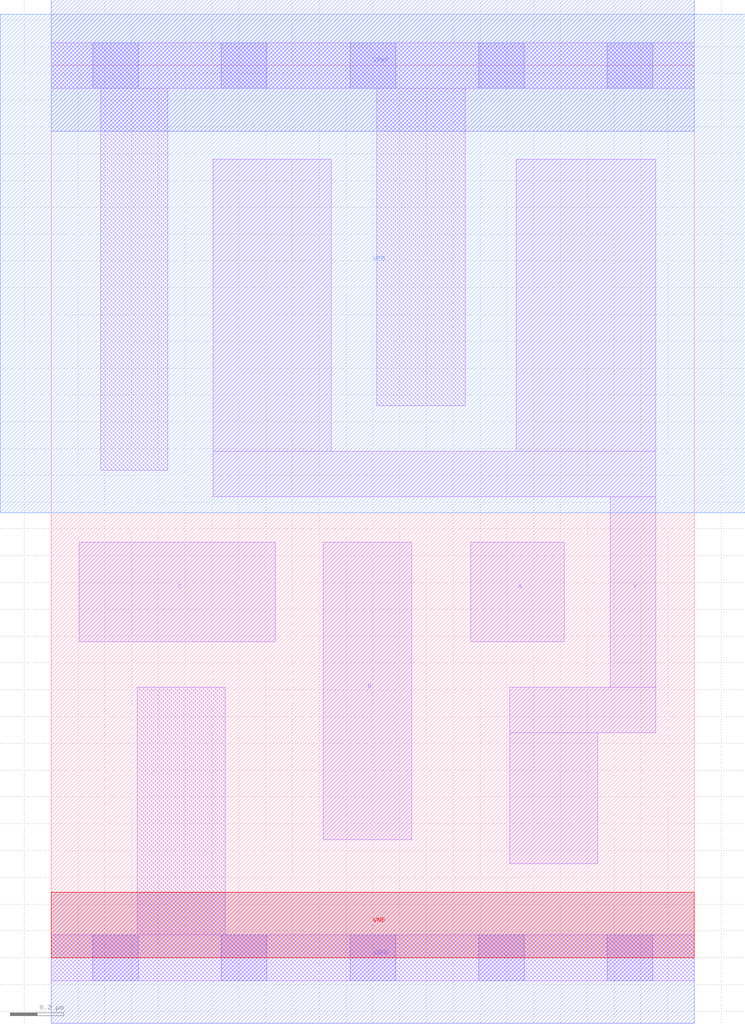
<source format=lef>
# Copyright 2020 The SkyWater PDK Authors
#
# Licensed under the Apache License, Version 2.0 (the "License");
# you may not use this file except in compliance with the License.
# You may obtain a copy of the License at
#
#     https://www.apache.org/licenses/LICENSE-2.0
#
# Unless required by applicable law or agreed to in writing, software
# distributed under the License is distributed on an "AS IS" BASIS,
# WITHOUT WARRANTIES OR CONDITIONS OF ANY KIND, either express or implied.
# See the License for the specific language governing permissions and
# limitations under the License.
#
# SPDX-License-Identifier: Apache-2.0

VERSION 5.7 ;
  NOWIREEXTENSIONATPIN ON ;
  DIVIDERCHAR "/" ;
  BUSBITCHARS "[]" ;
MACRO sky130_fd_sc_ls__nand3_1
  CLASS CORE ;
  FOREIGN sky130_fd_sc_ls__nand3_1 ;
  ORIGIN  0.000000  0.000000 ;
  SIZE  2.400000 BY  3.330000 ;
  SYMMETRY X Y ;
  SITE unit ;
  PIN A
    ANTENNAGATEAREA  0.279000 ;
    DIRECTION INPUT ;
    USE SIGNAL ;
    PORT
      LAYER li1 ;
        RECT 1.565000 1.180000 1.915000 1.550000 ;
    END
  END A
  PIN B
    ANTENNAGATEAREA  0.279000 ;
    DIRECTION INPUT ;
    USE SIGNAL ;
    PORT
      LAYER li1 ;
        RECT 1.015000 0.440000 1.345000 1.550000 ;
    END
  END B
  PIN C
    ANTENNAGATEAREA  0.279000 ;
    DIRECTION INPUT ;
    USE SIGNAL ;
    PORT
      LAYER li1 ;
        RECT 0.105000 1.180000 0.835000 1.550000 ;
    END
  END C
  PIN Y
    ANTENNADIFFAREA  0.877300 ;
    DIRECTION OUTPUT ;
    USE SIGNAL ;
    PORT
      LAYER li1 ;
        RECT 0.605000 1.720000 2.255000 1.890000 ;
        RECT 0.605000 1.890000 1.045000 2.980000 ;
        RECT 1.710000 0.350000 2.040000 0.840000 ;
        RECT 1.710000 0.840000 2.255000 1.010000 ;
        RECT 1.735000 1.890000 2.255000 2.980000 ;
        RECT 2.085000 1.010000 2.255000 1.720000 ;
    END
  END Y
  PIN VGND
    DIRECTION INOUT ;
    SHAPE ABUTMENT ;
    USE GROUND ;
    PORT
      LAYER met1 ;
        RECT 0.000000 -0.245000 2.400000 0.245000 ;
    END
  END VGND
  PIN VNB
    DIRECTION INOUT ;
    USE GROUND ;
    PORT
      LAYER pwell ;
        RECT 0.000000 0.000000 2.400000 0.245000 ;
    END
  END VNB
  PIN VPB
    DIRECTION INOUT ;
    USE POWER ;
    PORT
      LAYER nwell ;
        RECT -0.190000 1.660000 2.590000 3.520000 ;
    END
  END VPB
  PIN VPWR
    DIRECTION INOUT ;
    SHAPE ABUTMENT ;
    USE POWER ;
    PORT
      LAYER met1 ;
        RECT 0.000000 3.085000 2.400000 3.575000 ;
    END
  END VPWR
  OBS
    LAYER li1 ;
      RECT 0.000000 -0.085000 2.400000 0.085000 ;
      RECT 0.000000  3.245000 2.400000 3.415000 ;
      RECT 0.185000  1.820000 0.435000 3.245000 ;
      RECT 0.320000  0.085000 0.650000 1.010000 ;
      RECT 1.215000  2.060000 1.545000 3.245000 ;
    LAYER mcon ;
      RECT 0.155000 -0.085000 0.325000 0.085000 ;
      RECT 0.155000  3.245000 0.325000 3.415000 ;
      RECT 0.635000 -0.085000 0.805000 0.085000 ;
      RECT 0.635000  3.245000 0.805000 3.415000 ;
      RECT 1.115000 -0.085000 1.285000 0.085000 ;
      RECT 1.115000  3.245000 1.285000 3.415000 ;
      RECT 1.595000 -0.085000 1.765000 0.085000 ;
      RECT 1.595000  3.245000 1.765000 3.415000 ;
      RECT 2.075000 -0.085000 2.245000 0.085000 ;
      RECT 2.075000  3.245000 2.245000 3.415000 ;
  END
END sky130_fd_sc_ls__nand3_1
END LIBRARY

</source>
